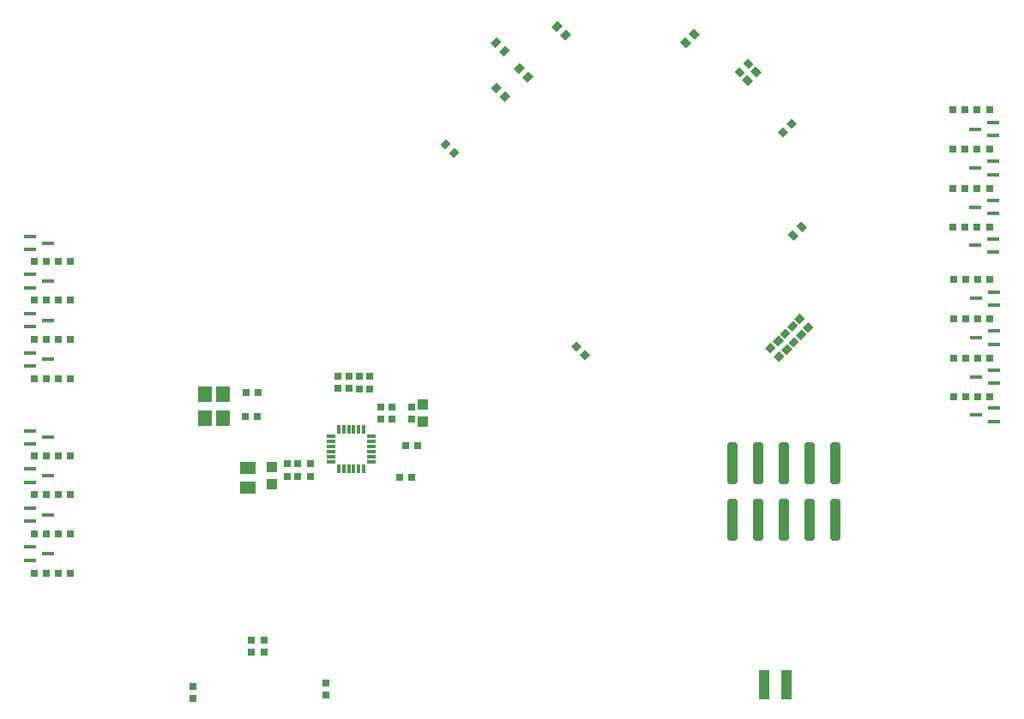
<source format=gbr>
G04 EAGLE Gerber RS-274X export*
G75*
%MOMM*%
%FSLAX34Y34*%
%LPD*%
%INSolderpaste Bottom*%
%IPPOS*%
%AMOC8*
5,1,8,0,0,1.08239X$1,22.5*%
G01*
%ADD10R,1.100000X3.000000*%
%ADD11R,0.863600X0.304800*%
%ADD12R,0.304800X0.863600*%
%ADD13R,0.800000X0.700000*%
%ADD14R,1.400000X1.600000*%
%ADD15R,0.700000X0.800000*%
%ADD16R,1.000000X1.100000*%
%ADD17R,1.500000X1.300000*%
%ADD18R,1.168400X0.457200*%
%ADD19C,0.500000*%


D10*
X771000Y44000D03*
X749000Y44000D03*
D11*
X321315Y264000D03*
X321315Y269000D03*
X321315Y274000D03*
X321315Y279000D03*
X321315Y284000D03*
X321315Y289000D03*
D12*
X328500Y296185D03*
X333500Y296185D03*
X338500Y296185D03*
X343500Y296185D03*
X348500Y296185D03*
X353500Y296185D03*
D11*
X360685Y289000D03*
X360685Y284000D03*
X360685Y279000D03*
X360685Y274000D03*
X360685Y269000D03*
X360685Y264000D03*
D12*
X353500Y256815D03*
X348500Y256815D03*
X343500Y256815D03*
X338500Y256815D03*
X333500Y256815D03*
X328500Y256815D03*
D13*
X315900Y45800D03*
X315900Y33800D03*
X184400Y42300D03*
X184400Y30300D03*
X242600Y87700D03*
X242600Y75700D03*
X255400Y87700D03*
X255400Y75700D03*
D14*
X196500Y331100D03*
X214500Y331100D03*
X214500Y307100D03*
X196500Y307100D03*
D15*
X248700Y308900D03*
X236700Y308900D03*
X249200Y332100D03*
X237200Y332100D03*
D13*
X327600Y348700D03*
X327600Y336700D03*
D16*
X262620Y259110D03*
X262620Y242110D03*
D13*
X277900Y261800D03*
X277900Y249800D03*
X288200Y261800D03*
X288200Y249800D03*
X301000Y261800D03*
X301000Y249800D03*
D17*
X239200Y238800D03*
X239200Y257800D03*
D13*
X359600Y336200D03*
X359600Y348200D03*
X349400Y336200D03*
X349400Y348200D03*
X338610Y336400D03*
X338610Y348400D03*
D16*
X412000Y304000D03*
X412000Y321000D03*
D13*
X401000Y306000D03*
X401000Y318000D03*
X370000Y318000D03*
X370000Y306000D03*
X381000Y318000D03*
X381000Y306000D03*
D15*
X400500Y249000D03*
X388500Y249000D03*
X407000Y280000D03*
X395000Y280000D03*
D13*
G36*
X740407Y654727D02*
X746063Y649071D01*
X741113Y644121D01*
X735457Y649777D01*
X740407Y654727D01*
G37*
G36*
X731922Y646242D02*
X737578Y640586D01*
X732628Y635636D01*
X726972Y641292D01*
X731922Y646242D01*
G37*
G36*
X775508Y603660D02*
X781164Y598004D01*
X776214Y593054D01*
X770558Y598710D01*
X775508Y603660D01*
G37*
G36*
X767023Y595175D02*
X772679Y589519D01*
X767729Y584569D01*
X762073Y590225D01*
X767023Y595175D01*
G37*
G36*
X679156Y691790D02*
X684812Y686134D01*
X679862Y681184D01*
X674206Y686840D01*
X679156Y691790D01*
G37*
G36*
X670671Y683305D02*
X676327Y677649D01*
X671377Y672699D01*
X665721Y678355D01*
X670671Y683305D01*
G37*
G36*
X428941Y577479D02*
X434597Y583135D01*
X439547Y578185D01*
X433891Y572529D01*
X428941Y577479D01*
G37*
G36*
X437426Y568994D02*
X443082Y574650D01*
X448032Y569700D01*
X442376Y564044D01*
X437426Y568994D01*
G37*
G36*
X777703Y482312D02*
X772047Y487968D01*
X776997Y492918D01*
X782653Y487262D01*
X777703Y482312D01*
G37*
G36*
X786189Y490798D02*
X780533Y496454D01*
X785483Y501404D01*
X791139Y495748D01*
X786189Y490798D01*
G37*
G36*
X732992Y662742D02*
X738648Y657086D01*
X733698Y652136D01*
X728042Y657792D01*
X732992Y662742D01*
G37*
G36*
X724507Y654257D02*
X730163Y648601D01*
X725213Y643651D01*
X719557Y649307D01*
X724507Y654257D01*
G37*
G36*
X478510Y678139D02*
X484166Y683795D01*
X489116Y678845D01*
X483460Y673189D01*
X478510Y678139D01*
G37*
G36*
X486995Y669654D02*
X492651Y675310D01*
X497601Y670360D01*
X491945Y664704D01*
X486995Y669654D01*
G37*
G36*
X538754Y693952D02*
X544410Y699608D01*
X549360Y694658D01*
X543704Y689002D01*
X538754Y693952D01*
G37*
G36*
X547240Y685467D02*
X552896Y691123D01*
X557846Y686173D01*
X552190Y680517D01*
X547240Y685467D01*
G37*
G36*
X479075Y633198D02*
X484731Y638854D01*
X489681Y633904D01*
X484025Y628248D01*
X479075Y633198D01*
G37*
G36*
X487560Y624713D02*
X493216Y630369D01*
X498166Y625419D01*
X492510Y619763D01*
X487560Y624713D01*
G37*
G36*
X501489Y652351D02*
X507145Y658007D01*
X512095Y653057D01*
X506439Y647401D01*
X501489Y652351D01*
G37*
G36*
X509974Y643865D02*
X515630Y649521D01*
X520580Y644571D01*
X514924Y638915D01*
X509974Y643865D01*
G37*
G36*
X558024Y377881D02*
X563680Y383537D01*
X568630Y378587D01*
X562974Y372931D01*
X558024Y377881D01*
G37*
G36*
X566510Y369396D02*
X572166Y375052D01*
X577116Y370102D01*
X571460Y364446D01*
X566510Y369396D01*
G37*
D15*
X64000Y385000D03*
X52000Y385000D03*
X64000Y462000D03*
X52000Y462000D03*
X64000Y424000D03*
X52000Y424000D03*
X40000Y385000D03*
X28000Y385000D03*
X40000Y462000D03*
X28000Y462000D03*
X40000Y424000D03*
X28000Y424000D03*
D18*
X24237Y397300D03*
X24237Y410300D03*
X41763Y403800D03*
X24237Y473600D03*
X24237Y486600D03*
X41763Y480100D03*
X24237Y435900D03*
X24237Y448900D03*
X41763Y442400D03*
D15*
X64000Y346000D03*
X52000Y346000D03*
X40000Y346000D03*
X28000Y346000D03*
D18*
X24237Y358800D03*
X24237Y371800D03*
X41763Y365300D03*
D15*
X64000Y193000D03*
X52000Y193000D03*
X64000Y270000D03*
X52000Y270000D03*
X64000Y232000D03*
X52000Y232000D03*
X40000Y193000D03*
X28000Y193000D03*
X40000Y270000D03*
X28000Y270000D03*
X40000Y232000D03*
X28000Y232000D03*
D18*
X24237Y205300D03*
X24237Y218300D03*
X41763Y211800D03*
X24237Y281600D03*
X24237Y294600D03*
X41763Y288100D03*
X24237Y243900D03*
X24237Y256900D03*
X41763Y250400D03*
D15*
X64000Y154000D03*
X52000Y154000D03*
X40000Y154000D03*
X28000Y154000D03*
D18*
X24237Y166800D03*
X24237Y179800D03*
X41763Y173300D03*
D15*
X935500Y405500D03*
X947500Y405500D03*
X935500Y328500D03*
X947500Y328500D03*
X935500Y366500D03*
X947500Y366500D03*
X959500Y405500D03*
X971500Y405500D03*
X959500Y328500D03*
X971500Y328500D03*
X959500Y366500D03*
X971500Y366500D03*
D18*
X975263Y393200D03*
X975263Y380200D03*
X957737Y386700D03*
X975263Y316900D03*
X975263Y303900D03*
X957737Y310400D03*
X975263Y354600D03*
X975263Y341600D03*
X957737Y348100D03*
D15*
X935500Y444500D03*
X947500Y444500D03*
X959500Y444500D03*
X971500Y444500D03*
D18*
X975263Y431700D03*
X975263Y418700D03*
X957737Y425200D03*
D15*
X935000Y573000D03*
X947000Y573000D03*
X935000Y496000D03*
X947000Y496000D03*
X935000Y534000D03*
X947000Y534000D03*
X959000Y573000D03*
X971000Y573000D03*
X959000Y496000D03*
X971000Y496000D03*
X959000Y534000D03*
X971000Y534000D03*
D18*
X974763Y560700D03*
X974763Y547700D03*
X957237Y554200D03*
X974763Y484400D03*
X974763Y471400D03*
X957237Y477900D03*
X974763Y522100D03*
X974763Y509100D03*
X957237Y515600D03*
D15*
X935000Y612000D03*
X947000Y612000D03*
X959000Y612000D03*
X971000Y612000D03*
D18*
X974763Y599200D03*
X974763Y586200D03*
X957237Y592700D03*
D19*
X714700Y281190D02*
X714700Y244690D01*
X714700Y281190D02*
X719700Y281190D01*
X719700Y244690D01*
X714700Y244690D01*
X714700Y249440D02*
X719700Y249440D01*
X719700Y254190D02*
X714700Y254190D01*
X714700Y258940D02*
X719700Y258940D01*
X719700Y263690D02*
X714700Y263690D01*
X714700Y268440D02*
X719700Y268440D01*
X719700Y273190D02*
X714700Y273190D01*
X714700Y277940D02*
X719700Y277940D01*
X714700Y225310D02*
X714700Y188810D01*
X714700Y225310D02*
X719700Y225310D01*
X719700Y188810D01*
X714700Y188810D01*
X714700Y193560D02*
X719700Y193560D01*
X719700Y198310D02*
X714700Y198310D01*
X714700Y203060D02*
X719700Y203060D01*
X719700Y207810D02*
X714700Y207810D01*
X714700Y212560D02*
X719700Y212560D01*
X719700Y217310D02*
X714700Y217310D01*
X714700Y222060D02*
X719700Y222060D01*
X740100Y244690D02*
X740100Y281190D01*
X745100Y281190D01*
X745100Y244690D01*
X740100Y244690D01*
X740100Y249440D02*
X745100Y249440D01*
X745100Y254190D02*
X740100Y254190D01*
X740100Y258940D02*
X745100Y258940D01*
X745100Y263690D02*
X740100Y263690D01*
X740100Y268440D02*
X745100Y268440D01*
X745100Y273190D02*
X740100Y273190D01*
X740100Y277940D02*
X745100Y277940D01*
X740100Y225310D02*
X740100Y188810D01*
X740100Y225310D02*
X745100Y225310D01*
X745100Y188810D01*
X740100Y188810D01*
X740100Y193560D02*
X745100Y193560D01*
X745100Y198310D02*
X740100Y198310D01*
X740100Y203060D02*
X745100Y203060D01*
X745100Y207810D02*
X740100Y207810D01*
X740100Y212560D02*
X745100Y212560D01*
X745100Y217310D02*
X740100Y217310D01*
X740100Y222060D02*
X745100Y222060D01*
X765500Y244690D02*
X765500Y281190D01*
X770500Y281190D01*
X770500Y244690D01*
X765500Y244690D01*
X765500Y249440D02*
X770500Y249440D01*
X770500Y254190D02*
X765500Y254190D01*
X765500Y258940D02*
X770500Y258940D01*
X770500Y263690D02*
X765500Y263690D01*
X765500Y268440D02*
X770500Y268440D01*
X770500Y273190D02*
X765500Y273190D01*
X765500Y277940D02*
X770500Y277940D01*
X765500Y225310D02*
X765500Y188810D01*
X765500Y225310D02*
X770500Y225310D01*
X770500Y188810D01*
X765500Y188810D01*
X765500Y193560D02*
X770500Y193560D01*
X770500Y198310D02*
X765500Y198310D01*
X765500Y203060D02*
X770500Y203060D01*
X770500Y207810D02*
X765500Y207810D01*
X765500Y212560D02*
X770500Y212560D01*
X770500Y217310D02*
X765500Y217310D01*
X765500Y222060D02*
X770500Y222060D01*
X790900Y244690D02*
X790900Y281190D01*
X795900Y281190D01*
X795900Y244690D01*
X790900Y244690D01*
X790900Y249440D02*
X795900Y249440D01*
X795900Y254190D02*
X790900Y254190D01*
X790900Y258940D02*
X795900Y258940D01*
X795900Y263690D02*
X790900Y263690D01*
X790900Y268440D02*
X795900Y268440D01*
X795900Y273190D02*
X790900Y273190D01*
X790900Y277940D02*
X795900Y277940D01*
X790900Y225310D02*
X790900Y188810D01*
X790900Y225310D02*
X795900Y225310D01*
X795900Y188810D01*
X790900Y188810D01*
X790900Y193560D02*
X795900Y193560D01*
X795900Y198310D02*
X790900Y198310D01*
X790900Y203060D02*
X795900Y203060D01*
X795900Y207810D02*
X790900Y207810D01*
X790900Y212560D02*
X795900Y212560D01*
X795900Y217310D02*
X790900Y217310D01*
X790900Y222060D02*
X795900Y222060D01*
X816300Y244690D02*
X816300Y281190D01*
X821300Y281190D01*
X821300Y244690D01*
X816300Y244690D01*
X816300Y249440D02*
X821300Y249440D01*
X821300Y254190D02*
X816300Y254190D01*
X816300Y258940D02*
X821300Y258940D01*
X821300Y263690D02*
X816300Y263690D01*
X816300Y268440D02*
X821300Y268440D01*
X821300Y273190D02*
X816300Y273190D01*
X816300Y277940D02*
X821300Y277940D01*
X816300Y225310D02*
X816300Y188810D01*
X816300Y225310D02*
X821300Y225310D01*
X821300Y188810D01*
X816300Y188810D01*
X816300Y193560D02*
X821300Y193560D01*
X821300Y198310D02*
X816300Y198310D01*
X816300Y203060D02*
X821300Y203060D01*
X821300Y207810D02*
X816300Y207810D01*
X816300Y212560D02*
X821300Y212560D01*
X821300Y217310D02*
X816300Y217310D01*
X816300Y222060D02*
X821300Y222060D01*
D13*
G36*
X749747Y376183D02*
X755403Y381839D01*
X760353Y376889D01*
X754697Y371233D01*
X749747Y376183D01*
G37*
G36*
X758233Y367697D02*
X763889Y373353D01*
X768839Y368403D01*
X763183Y362747D01*
X758233Y367697D01*
G37*
G36*
X757454Y383304D02*
X763110Y388960D01*
X768060Y384010D01*
X762404Y378354D01*
X757454Y383304D01*
G37*
G36*
X765940Y374819D02*
X771596Y380475D01*
X776546Y375525D01*
X770890Y369869D01*
X765940Y374819D01*
G37*
G36*
X764454Y390390D02*
X770110Y396046D01*
X775060Y391096D01*
X769404Y385440D01*
X764454Y390390D01*
G37*
G36*
X772940Y381904D02*
X778596Y387560D01*
X783546Y382610D01*
X777890Y376954D01*
X772940Y381904D01*
G37*
G36*
X771454Y397890D02*
X777110Y403546D01*
X782060Y398596D01*
X776404Y392940D01*
X771454Y397890D01*
G37*
G36*
X779940Y389404D02*
X785596Y395060D01*
X790546Y390110D01*
X784890Y384454D01*
X779940Y389404D01*
G37*
G36*
X778247Y404890D02*
X783903Y410546D01*
X788853Y405596D01*
X783197Y399940D01*
X778247Y404890D01*
G37*
G36*
X786733Y396404D02*
X792389Y402060D01*
X797339Y397110D01*
X791683Y391454D01*
X786733Y396404D01*
G37*
M02*

</source>
